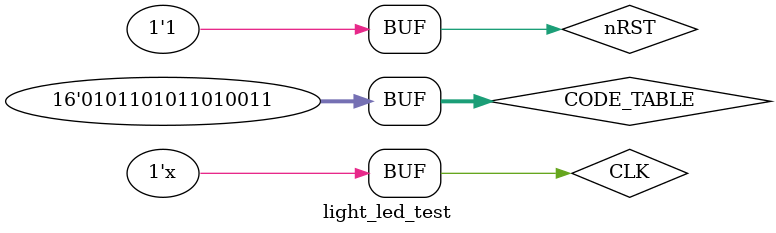
<source format=v>
`timescale 1ns / 1ps


module light_led_test;

	// Inputs
	reg CLK;
	reg nRST;
	reg [15:0] CODE_TABLE;

	// Outputs
	wire [7:0] LED_DATA;

	// Instantiate the Unit Under Test (UUT)
	light_led uut (
		.CLK(CLK), 
		.nRST(nRST), 
		.CODE_TABLE(CODE_TABLE), 
		.LED_DATA(LED_DATA)
	);

	initial begin
		// Initialize Inputs
		CLK = 0;
		nRST = 0;
		CODE_TABLE = 16'b0101_1010_1101_0011;

		// Wait 100 ns for global reset to finish
		#100;
        nRST = 1;
		// Add stimulus here

	end
	parameter DALAY = 1;
	always 
		#DALAY CLK = ~CLK;
      
endmodule


</source>
